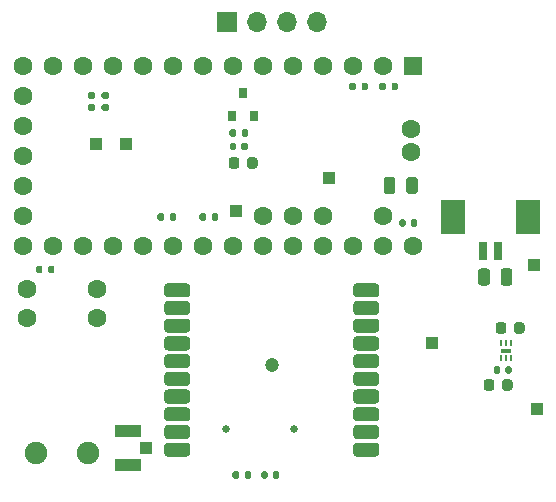
<source format=gbs>
%TF.GenerationSoftware,KiCad,Pcbnew,(5.1.10)-1*%
%TF.CreationDate,2021-12-08T00:23:12-08:00*%
%TF.ProjectId,Climbing_Main_Rev_A,436c696d-6269-46e6-975f-4d61696e5f52,rev?*%
%TF.SameCoordinates,Original*%
%TF.FileFunction,Soldermask,Bot*%
%TF.FilePolarity,Negative*%
%FSLAX46Y46*%
G04 Gerber Fmt 4.6, Leading zero omitted, Abs format (unit mm)*
G04 Created by KiCad (PCBNEW (5.1.10)-1) date 2021-12-08 00:23:12*
%MOMM*%
%LPD*%
G01*
G04 APERTURE LIST*
%ADD10C,1.200000*%
%ADD11R,1.000000X1.000000*%
%ADD12C,1.600000*%
%ADD13R,1.600000X1.600000*%
%ADD14R,0.127000X0.508000*%
%ADD15R,0.939800X0.304800*%
%ADD16C,1.600200*%
%ADD17C,1.905000*%
%ADD18R,0.800000X0.900000*%
%ADD19O,1.700000X1.700000*%
%ADD20R,1.700000X1.700000*%
%ADD21R,2.100000X3.000000*%
%ADD22R,0.800000X1.600000*%
%ADD23R,1.050000X1.000000*%
%ADD24R,2.200000X1.050000*%
%ADD25C,0.650000*%
G04 APERTURE END LIST*
D10*
X147828000Y-99753000D03*
G36*
G01*
X140929600Y-106652200D02*
X140929600Y-107253800D01*
G75*
G02*
X140628800Y-107554600I-300800J0D01*
G01*
X139027200Y-107554600D01*
G75*
G02*
X138726400Y-107253800I0J300800D01*
G01*
X138726400Y-106652200D01*
G75*
G02*
X139027200Y-106351400I300800J0D01*
G01*
X140628800Y-106351400D01*
G75*
G02*
X140929600Y-106652200I0J-300800D01*
G01*
G37*
G36*
G01*
X140929600Y-105152200D02*
X140929600Y-105753800D01*
G75*
G02*
X140628800Y-106054600I-300800J0D01*
G01*
X139027200Y-106054600D01*
G75*
G02*
X138726400Y-105753800I0J300800D01*
G01*
X138726400Y-105152200D01*
G75*
G02*
X139027200Y-104851400I300800J0D01*
G01*
X140628800Y-104851400D01*
G75*
G02*
X140929600Y-105152200I0J-300800D01*
G01*
G37*
G36*
G01*
X140929600Y-103652200D02*
X140929600Y-104253800D01*
G75*
G02*
X140628800Y-104554600I-300800J0D01*
G01*
X139027200Y-104554600D01*
G75*
G02*
X138726400Y-104253800I0J300800D01*
G01*
X138726400Y-103652200D01*
G75*
G02*
X139027200Y-103351400I300800J0D01*
G01*
X140628800Y-103351400D01*
G75*
G02*
X140929600Y-103652200I0J-300800D01*
G01*
G37*
G36*
G01*
X140929600Y-102152200D02*
X140929600Y-102753800D01*
G75*
G02*
X140628800Y-103054600I-300800J0D01*
G01*
X139027200Y-103054600D01*
G75*
G02*
X138726400Y-102753800I0J300800D01*
G01*
X138726400Y-102152200D01*
G75*
G02*
X139027200Y-101851400I300800J0D01*
G01*
X140628800Y-101851400D01*
G75*
G02*
X140929600Y-102152200I0J-300800D01*
G01*
G37*
G36*
G01*
X140929600Y-100652200D02*
X140929600Y-101253800D01*
G75*
G02*
X140628800Y-101554600I-300800J0D01*
G01*
X139027200Y-101554600D01*
G75*
G02*
X138726400Y-101253800I0J300800D01*
G01*
X138726400Y-100652200D01*
G75*
G02*
X139027200Y-100351400I300800J0D01*
G01*
X140628800Y-100351400D01*
G75*
G02*
X140929600Y-100652200I0J-300800D01*
G01*
G37*
G36*
G01*
X140929600Y-99152200D02*
X140929600Y-99753800D01*
G75*
G02*
X140628800Y-100054600I-300800J0D01*
G01*
X139027200Y-100054600D01*
G75*
G02*
X138726400Y-99753800I0J300800D01*
G01*
X138726400Y-99152200D01*
G75*
G02*
X139027200Y-98851400I300800J0D01*
G01*
X140628800Y-98851400D01*
G75*
G02*
X140929600Y-99152200I0J-300800D01*
G01*
G37*
G36*
G01*
X140929600Y-97652200D02*
X140929600Y-98253800D01*
G75*
G02*
X140628800Y-98554600I-300800J0D01*
G01*
X139027200Y-98554600D01*
G75*
G02*
X138726400Y-98253800I0J300800D01*
G01*
X138726400Y-97652200D01*
G75*
G02*
X139027200Y-97351400I300800J0D01*
G01*
X140628800Y-97351400D01*
G75*
G02*
X140929600Y-97652200I0J-300800D01*
G01*
G37*
G36*
G01*
X140929600Y-96152200D02*
X140929600Y-96753800D01*
G75*
G02*
X140628800Y-97054600I-300800J0D01*
G01*
X139027200Y-97054600D01*
G75*
G02*
X138726400Y-96753800I0J300800D01*
G01*
X138726400Y-96152200D01*
G75*
G02*
X139027200Y-95851400I300800J0D01*
G01*
X140628800Y-95851400D01*
G75*
G02*
X140929600Y-96152200I0J-300800D01*
G01*
G37*
G36*
G01*
X140929600Y-94652200D02*
X140929600Y-95253800D01*
G75*
G02*
X140628800Y-95554600I-300800J0D01*
G01*
X139027200Y-95554600D01*
G75*
G02*
X138726400Y-95253800I0J300800D01*
G01*
X138726400Y-94652200D01*
G75*
G02*
X139027200Y-94351400I300800J0D01*
G01*
X140628800Y-94351400D01*
G75*
G02*
X140929600Y-94652200I0J-300800D01*
G01*
G37*
G36*
G01*
X140929600Y-93152200D02*
X140929600Y-93753800D01*
G75*
G02*
X140628800Y-94054600I-300800J0D01*
G01*
X139027200Y-94054600D01*
G75*
G02*
X138726400Y-93753800I0J300800D01*
G01*
X138726400Y-93152200D01*
G75*
G02*
X139027200Y-92851400I300800J0D01*
G01*
X140628800Y-92851400D01*
G75*
G02*
X140929600Y-93152200I0J-300800D01*
G01*
G37*
G36*
G01*
X156929600Y-106652200D02*
X156929600Y-107253800D01*
G75*
G02*
X156628800Y-107554600I-300800J0D01*
G01*
X155027200Y-107554600D01*
G75*
G02*
X154726400Y-107253800I0J300800D01*
G01*
X154726400Y-106652200D01*
G75*
G02*
X155027200Y-106351400I300800J0D01*
G01*
X156628800Y-106351400D01*
G75*
G02*
X156929600Y-106652200I0J-300800D01*
G01*
G37*
G36*
G01*
X156929600Y-105152200D02*
X156929600Y-105753800D01*
G75*
G02*
X156628800Y-106054600I-300800J0D01*
G01*
X155027200Y-106054600D01*
G75*
G02*
X154726400Y-105753800I0J300800D01*
G01*
X154726400Y-105152200D01*
G75*
G02*
X155027200Y-104851400I300800J0D01*
G01*
X156628800Y-104851400D01*
G75*
G02*
X156929600Y-105152200I0J-300800D01*
G01*
G37*
G36*
G01*
X156929600Y-103652200D02*
X156929600Y-104253800D01*
G75*
G02*
X156628800Y-104554600I-300800J0D01*
G01*
X155027200Y-104554600D01*
G75*
G02*
X154726400Y-104253800I0J300800D01*
G01*
X154726400Y-103652200D01*
G75*
G02*
X155027200Y-103351400I300800J0D01*
G01*
X156628800Y-103351400D01*
G75*
G02*
X156929600Y-103652200I0J-300800D01*
G01*
G37*
G36*
G01*
X156929600Y-102152200D02*
X156929600Y-102753800D01*
G75*
G02*
X156628800Y-103054600I-300800J0D01*
G01*
X155027200Y-103054600D01*
G75*
G02*
X154726400Y-102753800I0J300800D01*
G01*
X154726400Y-102152200D01*
G75*
G02*
X155027200Y-101851400I300800J0D01*
G01*
X156628800Y-101851400D01*
G75*
G02*
X156929600Y-102152200I0J-300800D01*
G01*
G37*
G36*
G01*
X156929600Y-100652200D02*
X156929600Y-101253800D01*
G75*
G02*
X156628800Y-101554600I-300800J0D01*
G01*
X155027200Y-101554600D01*
G75*
G02*
X154726400Y-101253800I0J300800D01*
G01*
X154726400Y-100652200D01*
G75*
G02*
X155027200Y-100351400I300800J0D01*
G01*
X156628800Y-100351400D01*
G75*
G02*
X156929600Y-100652200I0J-300800D01*
G01*
G37*
G36*
G01*
X156929600Y-99152200D02*
X156929600Y-99753800D01*
G75*
G02*
X156628800Y-100054600I-300800J0D01*
G01*
X155027200Y-100054600D01*
G75*
G02*
X154726400Y-99753800I0J300800D01*
G01*
X154726400Y-99152200D01*
G75*
G02*
X155027200Y-98851400I300800J0D01*
G01*
X156628800Y-98851400D01*
G75*
G02*
X156929600Y-99152200I0J-300800D01*
G01*
G37*
G36*
G01*
X156929600Y-97652200D02*
X156929600Y-98253800D01*
G75*
G02*
X156628800Y-98554600I-300800J0D01*
G01*
X155027200Y-98554600D01*
G75*
G02*
X154726400Y-98253800I0J300800D01*
G01*
X154726400Y-97652200D01*
G75*
G02*
X155027200Y-97351400I300800J0D01*
G01*
X156628800Y-97351400D01*
G75*
G02*
X156929600Y-97652200I0J-300800D01*
G01*
G37*
G36*
G01*
X156929600Y-96152200D02*
X156929600Y-96753800D01*
G75*
G02*
X156628800Y-97054600I-300800J0D01*
G01*
X155027200Y-97054600D01*
G75*
G02*
X154726400Y-96753800I0J300800D01*
G01*
X154726400Y-96152200D01*
G75*
G02*
X155027200Y-95851400I300800J0D01*
G01*
X156628800Y-95851400D01*
G75*
G02*
X156929600Y-96152200I0J-300800D01*
G01*
G37*
G36*
G01*
X156929600Y-94652200D02*
X156929600Y-95253800D01*
G75*
G02*
X156628800Y-95554600I-300800J0D01*
G01*
X155027200Y-95554600D01*
G75*
G02*
X154726400Y-95253800I0J300800D01*
G01*
X154726400Y-94652200D01*
G75*
G02*
X155027200Y-94351400I300800J0D01*
G01*
X156628800Y-94351400D01*
G75*
G02*
X156929600Y-94652200I0J-300800D01*
G01*
G37*
G36*
G01*
X156929600Y-93152200D02*
X156929600Y-93753800D01*
G75*
G02*
X156628800Y-94054600I-300800J0D01*
G01*
X155027200Y-94054600D01*
G75*
G02*
X154726400Y-93753800I0J300800D01*
G01*
X154726400Y-93152200D01*
G75*
G02*
X155027200Y-92851400I300800J0D01*
G01*
X156628800Y-92851400D01*
G75*
G02*
X156929600Y-93152200I0J-300800D01*
G01*
G37*
D11*
X170053000Y-91313000D03*
X144780000Y-86741000D03*
X152654000Y-83947000D03*
X161417000Y-97917000D03*
X135509000Y-81026000D03*
X132969000Y-81026000D03*
X170307000Y-103505000D03*
D12*
X126746000Y-82042000D03*
X126746000Y-84582000D03*
X126746000Y-87122000D03*
X126746000Y-89662000D03*
X126746000Y-79502000D03*
X126746000Y-76962000D03*
X126746000Y-74422000D03*
X129286000Y-89662000D03*
X131826000Y-89662000D03*
X134366000Y-89662000D03*
X136906000Y-89662000D03*
X139446000Y-89662000D03*
X141986000Y-89662000D03*
X144526000Y-89662000D03*
X147066000Y-89662000D03*
X149606000Y-89662000D03*
X152146000Y-89662000D03*
X154686000Y-89662000D03*
X157226000Y-89662000D03*
X159766000Y-89662000D03*
X157226000Y-87122000D03*
X152146000Y-87122000D03*
X149606000Y-87122000D03*
X147066000Y-87122000D03*
X129286000Y-74422000D03*
X131826000Y-74422000D03*
X134366000Y-74422000D03*
X136906000Y-74422000D03*
X139446000Y-74422000D03*
X141986000Y-74422000D03*
X144526000Y-74422000D03*
X147066000Y-74422000D03*
X149606000Y-74422000D03*
X152146000Y-74422000D03*
X154686000Y-74422000D03*
X157226000Y-74422000D03*
D13*
X159766000Y-74422000D03*
D12*
X159588200Y-81737200D03*
X159588200Y-79756000D03*
D14*
X167233600Y-97917000D03*
X167640000Y-97917000D03*
X168046400Y-97917000D03*
X168046400Y-99212400D03*
X167640000Y-99212400D03*
X167233600Y-99212400D03*
D15*
X167640000Y-98564700D03*
D16*
X127127000Y-93345000D03*
X127127000Y-95834200D03*
X133019800Y-93345000D03*
X133019800Y-95834200D03*
D17*
X127876300Y-107264200D03*
X132270500Y-107264200D03*
G36*
G01*
X128891000Y-91879000D02*
X128891000Y-91509000D01*
G75*
G02*
X129026000Y-91374000I135000J0D01*
G01*
X129296000Y-91374000D01*
G75*
G02*
X129431000Y-91509000I0J-135000D01*
G01*
X129431000Y-91879000D01*
G75*
G02*
X129296000Y-92014000I-135000J0D01*
G01*
X129026000Y-92014000D01*
G75*
G02*
X128891000Y-91879000I0J135000D01*
G01*
G37*
G36*
G01*
X127871000Y-91879000D02*
X127871000Y-91509000D01*
G75*
G02*
X128006000Y-91374000I135000J0D01*
G01*
X128276000Y-91374000D01*
G75*
G02*
X128411000Y-91509000I0J-135000D01*
G01*
X128411000Y-91879000D01*
G75*
G02*
X128276000Y-92014000I-135000J0D01*
G01*
X128006000Y-92014000D01*
G75*
G02*
X127871000Y-91879000I0J135000D01*
G01*
G37*
G36*
G01*
X155432000Y-76385000D02*
X155432000Y-76015000D01*
G75*
G02*
X155567000Y-75880000I135000J0D01*
G01*
X155837000Y-75880000D01*
G75*
G02*
X155972000Y-76015000I0J-135000D01*
G01*
X155972000Y-76385000D01*
G75*
G02*
X155837000Y-76520000I-135000J0D01*
G01*
X155567000Y-76520000D01*
G75*
G02*
X155432000Y-76385000I0J135000D01*
G01*
G37*
G36*
G01*
X154412000Y-76385000D02*
X154412000Y-76015000D01*
G75*
G02*
X154547000Y-75880000I135000J0D01*
G01*
X154817000Y-75880000D01*
G75*
G02*
X154952000Y-76015000I0J-135000D01*
G01*
X154952000Y-76385000D01*
G75*
G02*
X154817000Y-76520000I-135000J0D01*
G01*
X154547000Y-76520000D01*
G75*
G02*
X154412000Y-76385000I0J135000D01*
G01*
G37*
G36*
G01*
X157974000Y-76385000D02*
X157974000Y-76015000D01*
G75*
G02*
X158109000Y-75880000I135000J0D01*
G01*
X158379000Y-75880000D01*
G75*
G02*
X158514000Y-76015000I0J-135000D01*
G01*
X158514000Y-76385000D01*
G75*
G02*
X158379000Y-76520000I-135000J0D01*
G01*
X158109000Y-76520000D01*
G75*
G02*
X157974000Y-76385000I0J135000D01*
G01*
G37*
G36*
G01*
X156954000Y-76385000D02*
X156954000Y-76015000D01*
G75*
G02*
X157089000Y-75880000I135000J0D01*
G01*
X157359000Y-75880000D01*
G75*
G02*
X157494000Y-76015000I0J-135000D01*
G01*
X157494000Y-76385000D01*
G75*
G02*
X157359000Y-76520000I-135000J0D01*
G01*
X157089000Y-76520000D01*
G75*
G02*
X156954000Y-76385000I0J135000D01*
G01*
G37*
G36*
G01*
X145274000Y-80322000D02*
X145274000Y-79952000D01*
G75*
G02*
X145409000Y-79817000I135000J0D01*
G01*
X145679000Y-79817000D01*
G75*
G02*
X145814000Y-79952000I0J-135000D01*
G01*
X145814000Y-80322000D01*
G75*
G02*
X145679000Y-80457000I-135000J0D01*
G01*
X145409000Y-80457000D01*
G75*
G02*
X145274000Y-80322000I0J135000D01*
G01*
G37*
G36*
G01*
X144254000Y-80322000D02*
X144254000Y-79952000D01*
G75*
G02*
X144389000Y-79817000I135000J0D01*
G01*
X144659000Y-79817000D01*
G75*
G02*
X144794000Y-79952000I0J-135000D01*
G01*
X144794000Y-80322000D01*
G75*
G02*
X144659000Y-80457000I-135000J0D01*
G01*
X144389000Y-80457000D01*
G75*
G02*
X144254000Y-80322000I0J135000D01*
G01*
G37*
G36*
G01*
X138698000Y-87064000D02*
X138698000Y-87434000D01*
G75*
G02*
X138563000Y-87569000I-135000J0D01*
G01*
X138293000Y-87569000D01*
G75*
G02*
X138158000Y-87434000I0J135000D01*
G01*
X138158000Y-87064000D01*
G75*
G02*
X138293000Y-86929000I135000J0D01*
G01*
X138563000Y-86929000D01*
G75*
G02*
X138698000Y-87064000I0J-135000D01*
G01*
G37*
G36*
G01*
X139718000Y-87064000D02*
X139718000Y-87434000D01*
G75*
G02*
X139583000Y-87569000I-135000J0D01*
G01*
X139313000Y-87569000D01*
G75*
G02*
X139178000Y-87434000I0J135000D01*
G01*
X139178000Y-87064000D01*
G75*
G02*
X139313000Y-86929000I135000J0D01*
G01*
X139583000Y-86929000D01*
G75*
G02*
X139718000Y-87064000I0J-135000D01*
G01*
G37*
G36*
G01*
X142734000Y-87434000D02*
X142734000Y-87064000D01*
G75*
G02*
X142869000Y-86929000I135000J0D01*
G01*
X143139000Y-86929000D01*
G75*
G02*
X143274000Y-87064000I0J-135000D01*
G01*
X143274000Y-87434000D01*
G75*
G02*
X143139000Y-87569000I-135000J0D01*
G01*
X142869000Y-87569000D01*
G75*
G02*
X142734000Y-87434000I0J135000D01*
G01*
G37*
G36*
G01*
X141714000Y-87434000D02*
X141714000Y-87064000D01*
G75*
G02*
X141849000Y-86929000I135000J0D01*
G01*
X142119000Y-86929000D01*
G75*
G02*
X142254000Y-87064000I0J-135000D01*
G01*
X142254000Y-87434000D01*
G75*
G02*
X142119000Y-87569000I-135000J0D01*
G01*
X141849000Y-87569000D01*
G75*
G02*
X141714000Y-87434000I0J135000D01*
G01*
G37*
G36*
G01*
X132403000Y-77710000D02*
X132773000Y-77710000D01*
G75*
G02*
X132908000Y-77845000I0J-135000D01*
G01*
X132908000Y-78115000D01*
G75*
G02*
X132773000Y-78250000I-135000J0D01*
G01*
X132403000Y-78250000D01*
G75*
G02*
X132268000Y-78115000I0J135000D01*
G01*
X132268000Y-77845000D01*
G75*
G02*
X132403000Y-77710000I135000J0D01*
G01*
G37*
G36*
G01*
X132403000Y-76690000D02*
X132773000Y-76690000D01*
G75*
G02*
X132908000Y-76825000I0J-135000D01*
G01*
X132908000Y-77095000D01*
G75*
G02*
X132773000Y-77230000I-135000J0D01*
G01*
X132403000Y-77230000D01*
G75*
G02*
X132268000Y-77095000I0J135000D01*
G01*
X132268000Y-76825000D01*
G75*
G02*
X132403000Y-76690000I135000J0D01*
G01*
G37*
G36*
G01*
X133546000Y-77710000D02*
X133916000Y-77710000D01*
G75*
G02*
X134051000Y-77845000I0J-135000D01*
G01*
X134051000Y-78115000D01*
G75*
G02*
X133916000Y-78250000I-135000J0D01*
G01*
X133546000Y-78250000D01*
G75*
G02*
X133411000Y-78115000I0J135000D01*
G01*
X133411000Y-77845000D01*
G75*
G02*
X133546000Y-77710000I135000J0D01*
G01*
G37*
G36*
G01*
X133546000Y-76690000D02*
X133916000Y-76690000D01*
G75*
G02*
X134051000Y-76825000I0J-135000D01*
G01*
X134051000Y-77095000D01*
G75*
G02*
X133916000Y-77230000I-135000J0D01*
G01*
X133546000Y-77230000D01*
G75*
G02*
X133411000Y-77095000I0J135000D01*
G01*
X133411000Y-76825000D01*
G75*
G02*
X133546000Y-76690000I135000J0D01*
G01*
G37*
G36*
G01*
X145528000Y-109278000D02*
X145528000Y-108908000D01*
G75*
G02*
X145663000Y-108773000I135000J0D01*
G01*
X145933000Y-108773000D01*
G75*
G02*
X146068000Y-108908000I0J-135000D01*
G01*
X146068000Y-109278000D01*
G75*
G02*
X145933000Y-109413000I-135000J0D01*
G01*
X145663000Y-109413000D01*
G75*
G02*
X145528000Y-109278000I0J135000D01*
G01*
G37*
G36*
G01*
X144508000Y-109278000D02*
X144508000Y-108908000D01*
G75*
G02*
X144643000Y-108773000I135000J0D01*
G01*
X144913000Y-108773000D01*
G75*
G02*
X145048000Y-108908000I0J-135000D01*
G01*
X145048000Y-109278000D01*
G75*
G02*
X144913000Y-109413000I-135000J0D01*
G01*
X144643000Y-109413000D01*
G75*
G02*
X144508000Y-109278000I0J135000D01*
G01*
G37*
D18*
X145415000Y-76724000D03*
X144465000Y-78724000D03*
X146365000Y-78724000D03*
D19*
X151640070Y-70720700D03*
X149100070Y-70720700D03*
X146560070Y-70720700D03*
D20*
X144020070Y-70720700D03*
D21*
X163195000Y-87249000D03*
X169545000Y-87249000D03*
D22*
X165745000Y-90149000D03*
X166995000Y-90149000D03*
D23*
X137161000Y-106807000D03*
D24*
X135636000Y-105332000D03*
X135636000Y-108282000D03*
D25*
X149702000Y-105156000D03*
X143922000Y-105156000D03*
G36*
G01*
X145234000Y-81450000D02*
X145234000Y-81110000D01*
G75*
G02*
X145374000Y-80970000I140000J0D01*
G01*
X145654000Y-80970000D01*
G75*
G02*
X145794000Y-81110000I0J-140000D01*
G01*
X145794000Y-81450000D01*
G75*
G02*
X145654000Y-81590000I-140000J0D01*
G01*
X145374000Y-81590000D01*
G75*
G02*
X145234000Y-81450000I0J140000D01*
G01*
G37*
G36*
G01*
X144274000Y-81450000D02*
X144274000Y-81110000D01*
G75*
G02*
X144414000Y-80970000I140000J0D01*
G01*
X144694000Y-80970000D01*
G75*
G02*
X144834000Y-81110000I0J-140000D01*
G01*
X144834000Y-81450000D01*
G75*
G02*
X144694000Y-81590000I-140000J0D01*
G01*
X144414000Y-81590000D01*
G75*
G02*
X144274000Y-81450000I0J140000D01*
G01*
G37*
G36*
G01*
X145740000Y-82927000D02*
X145740000Y-82427000D01*
G75*
G02*
X145965000Y-82202000I225000J0D01*
G01*
X146415000Y-82202000D01*
G75*
G02*
X146640000Y-82427000I0J-225000D01*
G01*
X146640000Y-82927000D01*
G75*
G02*
X146415000Y-83152000I-225000J0D01*
G01*
X145965000Y-83152000D01*
G75*
G02*
X145740000Y-82927000I0J225000D01*
G01*
G37*
G36*
G01*
X144190000Y-82927000D02*
X144190000Y-82427000D01*
G75*
G02*
X144415000Y-82202000I225000J0D01*
G01*
X144865000Y-82202000D01*
G75*
G02*
X145090000Y-82427000I0J-225000D01*
G01*
X145090000Y-82927000D01*
G75*
G02*
X144865000Y-83152000I-225000J0D01*
G01*
X144415000Y-83152000D01*
G75*
G02*
X144190000Y-82927000I0J225000D01*
G01*
G37*
G36*
G01*
X167201000Y-92804000D02*
X167201000Y-91854000D01*
G75*
G02*
X167451000Y-91604000I250000J0D01*
G01*
X167951000Y-91604000D01*
G75*
G02*
X168201000Y-91854000I0J-250000D01*
G01*
X168201000Y-92804000D01*
G75*
G02*
X167951000Y-93054000I-250000J0D01*
G01*
X167451000Y-93054000D01*
G75*
G02*
X167201000Y-92804000I0J250000D01*
G01*
G37*
G36*
G01*
X165301000Y-92804000D02*
X165301000Y-91854000D01*
G75*
G02*
X165551000Y-91604000I250000J0D01*
G01*
X166051000Y-91604000D01*
G75*
G02*
X166301000Y-91854000I0J-250000D01*
G01*
X166301000Y-92804000D01*
G75*
G02*
X166051000Y-93054000I-250000J0D01*
G01*
X165551000Y-93054000D01*
G75*
G02*
X165301000Y-92804000I0J250000D01*
G01*
G37*
G36*
G01*
X159185000Y-87587000D02*
X159185000Y-87927000D01*
G75*
G02*
X159045000Y-88067000I-140000J0D01*
G01*
X158765000Y-88067000D01*
G75*
G02*
X158625000Y-87927000I0J140000D01*
G01*
X158625000Y-87587000D01*
G75*
G02*
X158765000Y-87447000I140000J0D01*
G01*
X159045000Y-87447000D01*
G75*
G02*
X159185000Y-87587000I0J-140000D01*
G01*
G37*
G36*
G01*
X160145000Y-87587000D02*
X160145000Y-87927000D01*
G75*
G02*
X160005000Y-88067000I-140000J0D01*
G01*
X159725000Y-88067000D01*
G75*
G02*
X159585000Y-87927000I0J140000D01*
G01*
X159585000Y-87587000D01*
G75*
G02*
X159725000Y-87447000I140000J0D01*
G01*
X160005000Y-87447000D01*
G75*
G02*
X160145000Y-87587000I0J-140000D01*
G01*
G37*
G36*
G01*
X158300000Y-84107000D02*
X158300000Y-85057000D01*
G75*
G02*
X158050000Y-85307000I-250000J0D01*
G01*
X157550000Y-85307000D01*
G75*
G02*
X157300000Y-85057000I0J250000D01*
G01*
X157300000Y-84107000D01*
G75*
G02*
X157550000Y-83857000I250000J0D01*
G01*
X158050000Y-83857000D01*
G75*
G02*
X158300000Y-84107000I0J-250000D01*
G01*
G37*
G36*
G01*
X160200000Y-84107000D02*
X160200000Y-85057000D01*
G75*
G02*
X159950000Y-85307000I-250000J0D01*
G01*
X159450000Y-85307000D01*
G75*
G02*
X159200000Y-85057000I0J250000D01*
G01*
X159200000Y-84107000D01*
G75*
G02*
X159450000Y-83857000I250000J0D01*
G01*
X159950000Y-83857000D01*
G75*
G02*
X160200000Y-84107000I0J-250000D01*
G01*
G37*
G36*
G01*
X168346000Y-96897000D02*
X168346000Y-96397000D01*
G75*
G02*
X168571000Y-96172000I225000J0D01*
G01*
X169021000Y-96172000D01*
G75*
G02*
X169246000Y-96397000I0J-225000D01*
G01*
X169246000Y-96897000D01*
G75*
G02*
X169021000Y-97122000I-225000J0D01*
G01*
X168571000Y-97122000D01*
G75*
G02*
X168346000Y-96897000I0J225000D01*
G01*
G37*
G36*
G01*
X166796000Y-96897000D02*
X166796000Y-96397000D01*
G75*
G02*
X167021000Y-96172000I225000J0D01*
G01*
X167471000Y-96172000D01*
G75*
G02*
X167696000Y-96397000I0J-225000D01*
G01*
X167696000Y-96897000D01*
G75*
G02*
X167471000Y-97122000I-225000J0D01*
G01*
X167021000Y-97122000D01*
G75*
G02*
X166796000Y-96897000I0J225000D01*
G01*
G37*
G36*
G01*
X167186000Y-100033000D02*
X167186000Y-100373000D01*
G75*
G02*
X167046000Y-100513000I-140000J0D01*
G01*
X166766000Y-100513000D01*
G75*
G02*
X166626000Y-100373000I0J140000D01*
G01*
X166626000Y-100033000D01*
G75*
G02*
X166766000Y-99893000I140000J0D01*
G01*
X167046000Y-99893000D01*
G75*
G02*
X167186000Y-100033000I0J-140000D01*
G01*
G37*
G36*
G01*
X168146000Y-100033000D02*
X168146000Y-100373000D01*
G75*
G02*
X168006000Y-100513000I-140000J0D01*
G01*
X167726000Y-100513000D01*
G75*
G02*
X167586000Y-100373000I0J140000D01*
G01*
X167586000Y-100033000D01*
G75*
G02*
X167726000Y-99893000I140000J0D01*
G01*
X168006000Y-99893000D01*
G75*
G02*
X168146000Y-100033000I0J-140000D01*
G01*
G37*
G36*
G01*
X166680000Y-101223000D02*
X166680000Y-101723000D01*
G75*
G02*
X166455000Y-101948000I-225000J0D01*
G01*
X166005000Y-101948000D01*
G75*
G02*
X165780000Y-101723000I0J225000D01*
G01*
X165780000Y-101223000D01*
G75*
G02*
X166005000Y-100998000I225000J0D01*
G01*
X166455000Y-100998000D01*
G75*
G02*
X166680000Y-101223000I0J-225000D01*
G01*
G37*
G36*
G01*
X168230000Y-101223000D02*
X168230000Y-101723000D01*
G75*
G02*
X168005000Y-101948000I-225000J0D01*
G01*
X167555000Y-101948000D01*
G75*
G02*
X167330000Y-101723000I0J225000D01*
G01*
X167330000Y-101223000D01*
G75*
G02*
X167555000Y-100998000I225000J0D01*
G01*
X168005000Y-100998000D01*
G75*
G02*
X168230000Y-101223000I0J-225000D01*
G01*
G37*
G36*
G01*
X147501000Y-108923000D02*
X147501000Y-109263000D01*
G75*
G02*
X147361000Y-109403000I-140000J0D01*
G01*
X147081000Y-109403000D01*
G75*
G02*
X146941000Y-109263000I0J140000D01*
G01*
X146941000Y-108923000D01*
G75*
G02*
X147081000Y-108783000I140000J0D01*
G01*
X147361000Y-108783000D01*
G75*
G02*
X147501000Y-108923000I0J-140000D01*
G01*
G37*
G36*
G01*
X148461000Y-108923000D02*
X148461000Y-109263000D01*
G75*
G02*
X148321000Y-109403000I-140000J0D01*
G01*
X148041000Y-109403000D01*
G75*
G02*
X147901000Y-109263000I0J140000D01*
G01*
X147901000Y-108923000D01*
G75*
G02*
X148041000Y-108783000I140000J0D01*
G01*
X148321000Y-108783000D01*
G75*
G02*
X148461000Y-108923000I0J-140000D01*
G01*
G37*
M02*

</source>
